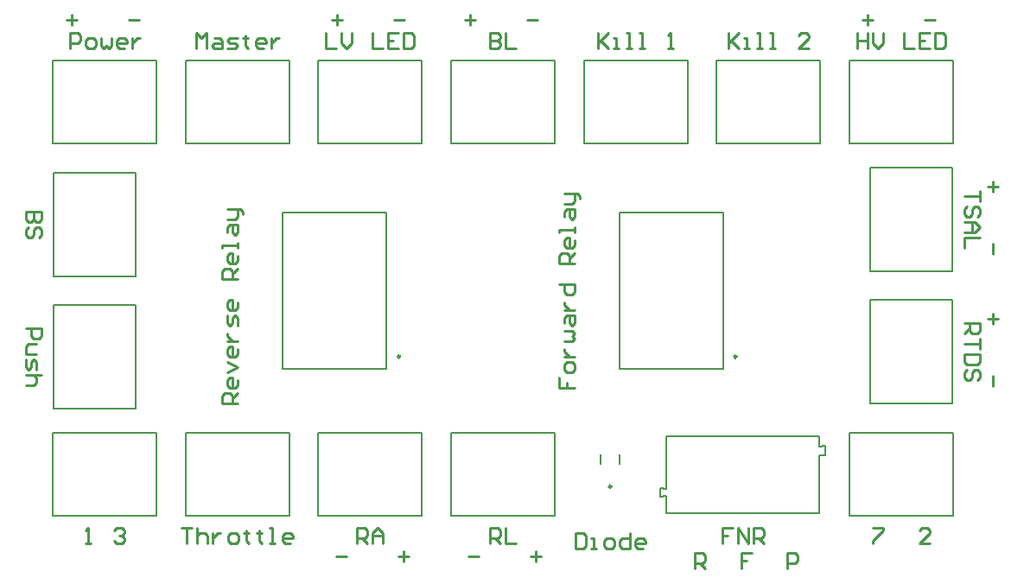
<source format=gto>
G04*
G04 #@! TF.GenerationSoftware,Altium Limited,Altium Designer,24.7.2 (38)*
G04*
G04 Layer_Color=65535*
%FSLAX44Y44*%
%MOMM*%
G71*
G04*
G04 #@! TF.SameCoordinates,8E014E6F-3DA1-407A-8F63-97A6F4F725C9*
G04*
G04*
G04 #@! TF.FilePolarity,Positive*
G04*
G01*
G75*
%ADD10C,0.2500*%
%ADD11C,0.2000*%
%ADD12C,0.2540*%
D10*
X581250Y-466750D02*
G03*
X581250Y-466750I-1250J0D01*
G01*
X374100Y-339500D02*
G03*
X374100Y-339500I-1250J0D01*
G01*
X704100D02*
G03*
X704100Y-339500I-1250J0D01*
G01*
D11*
X635001Y-469001D02*
Y-418001D01*
X785000D01*
X635001Y-493000D02*
Y-476001D01*
X629001Y-476750D02*
X635001Y-476001D01*
X629001Y-468251D02*
X635001Y-469001D01*
X629001Y-476750D02*
Y-468251D01*
X635001Y-493000D02*
X785000Y-493001D01*
X791000Y-436501D02*
Y-427001D01*
X785000Y-427501D02*
X791000Y-427001D01*
X785000Y-436001D02*
X791000Y-436501D01*
X785000Y-427501D02*
Y-418001D01*
Y-493001D02*
Y-436001D01*
X589000Y-444750D02*
Y-435250D01*
X571000Y-444750D02*
Y-435250D01*
X259000Y-351500D02*
X361000D01*
Y-198500D01*
X259000D02*
X361000D01*
X259000Y-351500D02*
Y-198500D01*
X589000Y-351500D02*
X691000D01*
Y-198500D01*
X589000D02*
X691000D01*
X589000Y-351500D02*
Y-198500D01*
X34499Y-260799D02*
X115498D01*
X34499Y-159199D02*
X115499D01*
X34499Y-260799D02*
Y-159199D01*
X115498Y-260799D02*
Y-159200D01*
X34499Y-390799D02*
X115498D01*
X34499Y-289199D02*
X115499D01*
X34499Y-390799D02*
Y-289199D01*
X115498Y-390799D02*
Y-289200D01*
X135799Y-495501D02*
Y-414502D01*
X34199Y-495501D02*
Y-414501D01*
Y-495501D02*
X135799D01*
X34200Y-414502D02*
X135799D01*
X265799Y-495501D02*
Y-414502D01*
X164199Y-495501D02*
Y-414501D01*
Y-495501D02*
X265799D01*
X164200Y-414502D02*
X265799D01*
X395799Y-495501D02*
Y-414502D01*
X294199Y-495501D02*
Y-414501D01*
Y-495501D02*
X395799D01*
X294200Y-414502D02*
X395799D01*
X525799Y-495501D02*
Y-414502D01*
X424199Y-495501D02*
Y-414501D01*
Y-495501D02*
X525799D01*
X424200Y-414502D02*
X525799D01*
X915799Y-495501D02*
Y-414502D01*
X814199Y-495501D02*
Y-414501D01*
Y-495501D02*
X915799D01*
X814200Y-414502D02*
X915799D01*
X834502Y-284201D02*
X915501D01*
X834501Y-385801D02*
X915501D01*
Y-284201D01*
X834502Y-385800D02*
Y-284201D01*
Y-154201D02*
X915501D01*
X834501Y-255801D02*
X915501D01*
Y-154201D01*
X834502Y-255800D02*
Y-154201D01*
X814201Y-130498D02*
Y-49499D01*
X915801Y-130499D02*
Y-49499D01*
X814201D02*
X915801D01*
X814201Y-130498D02*
X915800D01*
X684201D02*
Y-49499D01*
X785801Y-130499D02*
Y-49499D01*
X684201D02*
X785801D01*
X684201Y-130498D02*
X785800D01*
X554201D02*
Y-49499D01*
X655801Y-130499D02*
Y-49499D01*
X554201D02*
X655801D01*
X554201Y-130498D02*
X655800D01*
X424201D02*
Y-49499D01*
X525801Y-130499D02*
Y-49499D01*
X424201D02*
X525801D01*
X424201Y-130498D02*
X525800D01*
X294201D02*
Y-49499D01*
X395801Y-130499D02*
Y-49499D01*
X294201D02*
X395801D01*
X294201Y-130498D02*
X395800D01*
X164201D02*
Y-49499D01*
X265801Y-130499D02*
Y-49499D01*
X164201D02*
X265801D01*
X164201Y-130498D02*
X265800D01*
X34201D02*
Y-49499D01*
X135801Y-130499D02*
Y-49499D01*
X34201D02*
X135801D01*
X34201Y-130498D02*
X135800D01*
D12*
X662540Y-547460D02*
Y-532225D01*
X670157D01*
X672697Y-534764D01*
Y-539842D01*
X670157Y-542382D01*
X662540D01*
X667618D02*
X672697Y-547460D01*
X718402Y-532225D02*
X708245D01*
Y-539842D01*
X713324D01*
X708245D01*
Y-547460D01*
X753950D02*
Y-532225D01*
X761568D01*
X764107Y-534764D01*
Y-539842D01*
X761568Y-542382D01*
X753950D01*
X382460Y-535158D02*
X372303D01*
X377382Y-540236D02*
Y-530079D01*
X321520Y-535158D02*
X311363D01*
X512460D02*
X502303D01*
X507382Y-540236D02*
Y-530079D01*
X451520Y-535158D02*
X441363D01*
X955157Y-297540D02*
Y-307697D01*
X960236Y-302618D02*
X950079D01*
X955157Y-358480D02*
Y-368637D01*
Y-167540D02*
Y-177697D01*
X960236Y-172618D02*
X950079D01*
X955157Y-228480D02*
Y-238637D01*
X827540Y-9843D02*
X837697D01*
X832618Y-4764D02*
Y-14921D01*
X888480Y-9843D02*
X898637D01*
X437540D02*
X447697D01*
X442618Y-4764D02*
Y-14921D01*
X498480Y-9843D02*
X508637D01*
X307540D02*
X317697D01*
X312618Y-4764D02*
Y-14921D01*
X368480Y-9843D02*
X378637D01*
X47540D02*
X57697D01*
X52618Y-4764D02*
Y-14921D01*
X108480Y-9843D02*
X118637D01*
X942617Y-177069D02*
Y-187226D01*
Y-182147D01*
X927383D01*
X940078Y-202461D02*
X942617Y-199922D01*
Y-194843D01*
X940078Y-192304D01*
X937539D01*
X935000Y-194843D01*
Y-199922D01*
X932461Y-202461D01*
X929922D01*
X927383Y-199922D01*
Y-194843D01*
X929922Y-192304D01*
X927383Y-207539D02*
X937539D01*
X942617Y-212617D01*
X937539Y-217696D01*
X927383D01*
X935000D01*
Y-207539D01*
X942617Y-222774D02*
X927383D01*
Y-232931D01*
X160408Y-507383D02*
X170564D01*
X165486D01*
Y-522617D01*
X175643Y-507383D02*
Y-522617D01*
Y-515000D01*
X178182Y-512461D01*
X183260D01*
X185800Y-515000D01*
Y-522617D01*
X190878Y-512461D02*
Y-522617D01*
Y-517539D01*
X193417Y-515000D01*
X195956Y-512461D01*
X198495D01*
X208652Y-522617D02*
X213730D01*
X216270Y-520078D01*
Y-515000D01*
X213730Y-512461D01*
X208652D01*
X206113Y-515000D01*
Y-520078D01*
X208652Y-522617D01*
X223887Y-509922D02*
Y-512461D01*
X221348D01*
X226426D01*
X223887D01*
Y-520078D01*
X226426Y-522617D01*
X236583Y-509922D02*
Y-512461D01*
X234044D01*
X239122D01*
X236583D01*
Y-520078D01*
X239122Y-522617D01*
X246740D02*
X251818D01*
X249279D01*
Y-507383D01*
X246740D01*
X267053Y-522617D02*
X261975D01*
X259436Y-520078D01*
Y-515000D01*
X261975Y-512461D01*
X267053D01*
X269592Y-515000D01*
Y-517539D01*
X259436D01*
X927383Y-307069D02*
X942617D01*
Y-314687D01*
X940078Y-317226D01*
X935000D01*
X932461Y-314687D01*
Y-307069D01*
Y-312147D02*
X927383Y-317226D01*
X942617Y-322304D02*
Y-332461D01*
Y-327383D01*
X927383D01*
X942617Y-337539D02*
X927383D01*
Y-345157D01*
X929922Y-347696D01*
X940078D01*
X942617Y-345157D01*
Y-337539D01*
X940078Y-362931D02*
X942617Y-360392D01*
Y-355313D01*
X940078Y-352774D01*
X937539D01*
X935000Y-355313D01*
Y-360392D01*
X932461Y-362931D01*
X929922D01*
X927383Y-360392D01*
Y-355313D01*
X929922Y-352774D01*
X462304Y-522617D02*
Y-507383D01*
X469922D01*
X472461Y-509922D01*
Y-515000D01*
X469922Y-517539D01*
X462304D01*
X467383D02*
X472461Y-522617D01*
X477539Y-507383D02*
Y-522617D01*
X487696D01*
X332304D02*
Y-507383D01*
X339922D01*
X342461Y-509922D01*
Y-515000D01*
X339922Y-517539D01*
X332304D01*
X337383D02*
X342461Y-522617D01*
X347539D02*
Y-512461D01*
X352617Y-507383D01*
X357696Y-512461D01*
Y-522617D01*
Y-515000D01*
X347539D01*
X7383Y-312069D02*
X22618D01*
Y-319687D01*
X20078Y-322226D01*
X15000D01*
X12461Y-319687D01*
Y-312069D01*
X17539Y-327304D02*
X9922D01*
X7383Y-329843D01*
Y-337461D01*
X17539D01*
X7383Y-342539D02*
Y-350157D01*
X9922Y-352696D01*
X12461Y-350157D01*
Y-345078D01*
X15000Y-342539D01*
X17539Y-345078D01*
Y-352696D01*
X22618Y-357774D02*
X7383D01*
X15000D01*
X17539Y-360313D01*
Y-365392D01*
X15000Y-367931D01*
X7383D01*
X50721Y-37617D02*
Y-22383D01*
X58339D01*
X60878Y-24922D01*
Y-30000D01*
X58339Y-32539D01*
X50721D01*
X68495Y-37617D02*
X73574D01*
X76113Y-35078D01*
Y-30000D01*
X73574Y-27461D01*
X68495D01*
X65956Y-30000D01*
Y-35078D01*
X68495Y-37617D01*
X81191Y-27461D02*
Y-35078D01*
X83730Y-37617D01*
X86270Y-35078D01*
X88809Y-37617D01*
X91348Y-35078D01*
Y-27461D01*
X104044Y-37617D02*
X98966D01*
X96426Y-35078D01*
Y-30000D01*
X98966Y-27461D01*
X104044D01*
X106583Y-30000D01*
Y-32539D01*
X96426D01*
X111661Y-27461D02*
Y-37617D01*
Y-32539D01*
X114201Y-30000D01*
X116740Y-27461D01*
X119279D01*
X174373Y-37617D02*
Y-22383D01*
X179452Y-27461D01*
X184530Y-22383D01*
Y-37617D01*
X192147Y-27461D02*
X197226D01*
X199765Y-30000D01*
Y-37617D01*
X192147D01*
X189608Y-35078D01*
X192147Y-32539D01*
X199765D01*
X204843Y-37617D02*
X212461D01*
X215000Y-35078D01*
X212461Y-32539D01*
X207383D01*
X204843Y-30000D01*
X207383Y-27461D01*
X215000D01*
X222618Y-24922D02*
Y-27461D01*
X220078D01*
X225157D01*
X222618D01*
Y-35078D01*
X225157Y-37617D01*
X240392D02*
X235313D01*
X232774Y-35078D01*
Y-30000D01*
X235313Y-27461D01*
X240392D01*
X242931Y-30000D01*
Y-32539D01*
X232774D01*
X248009Y-27461D02*
Y-37617D01*
Y-32539D01*
X250548Y-30000D01*
X253088Y-27461D01*
X255627D01*
X301834Y-22383D02*
Y-37617D01*
X311991D01*
X317069Y-22383D02*
Y-32539D01*
X322147Y-37617D01*
X327226Y-32539D01*
Y-22383D01*
X347539D02*
Y-37617D01*
X357696D01*
X372931Y-22383D02*
X362774D01*
Y-37617D01*
X372931D01*
X362774Y-30000D02*
X367853D01*
X378009Y-22383D02*
Y-37617D01*
X385627D01*
X388166Y-35078D01*
Y-24922D01*
X385627Y-22383D01*
X378009D01*
X695643D02*
Y-37617D01*
Y-32539D01*
X705799Y-22383D01*
X698182Y-30000D01*
X705799Y-37617D01*
X710878D02*
X715956D01*
X713417D01*
Y-27461D01*
X710878D01*
X723574Y-37617D02*
X728652D01*
X726113D01*
Y-22383D01*
X723574D01*
X736270Y-37617D02*
X741348D01*
X738809D01*
Y-22383D01*
X736270D01*
X774357Y-37617D02*
X764201D01*
X774357Y-27461D01*
Y-24922D01*
X771818Y-22383D01*
X766740D01*
X764201Y-24922D01*
X568182Y-22383D02*
Y-37617D01*
Y-32539D01*
X578339Y-22383D01*
X570721Y-30000D01*
X578339Y-37617D01*
X583417D02*
X588495D01*
X585956D01*
Y-27461D01*
X583417D01*
X596113Y-37617D02*
X601191D01*
X598652D01*
Y-22383D01*
X596113D01*
X608809Y-37617D02*
X613887D01*
X611348D01*
Y-22383D01*
X608809D01*
X636740Y-37617D02*
X641818D01*
X639279D01*
Y-22383D01*
X636740Y-24922D01*
X529843Y-360062D02*
Y-370219D01*
X537461D01*
Y-365141D01*
Y-370219D01*
X545078D01*
Y-352445D02*
Y-347367D01*
X542539Y-344827D01*
X537461D01*
X534922Y-347367D01*
Y-352445D01*
X537461Y-354984D01*
X542539D01*
X545078Y-352445D01*
X534922Y-339749D02*
X545078D01*
X540000D01*
X537461Y-337210D01*
X534922Y-334671D01*
Y-332132D01*
Y-324514D02*
X542539D01*
X545078Y-321975D01*
X542539Y-319436D01*
X545078Y-316896D01*
X542539Y-314357D01*
X534922D01*
Y-306740D02*
Y-301661D01*
X537461Y-299122D01*
X545078D01*
Y-306740D01*
X542539Y-309279D01*
X540000Y-306740D01*
Y-299122D01*
X534922Y-294044D02*
X545078D01*
X540000D01*
X537461Y-291505D01*
X534922Y-288965D01*
Y-286426D01*
X529843Y-268652D02*
X545078D01*
Y-276270D01*
X542539Y-278809D01*
X537461D01*
X534922Y-276270D01*
Y-268652D01*
X545078Y-248339D02*
X529843D01*
Y-240721D01*
X532383Y-238182D01*
X537461D01*
X540000Y-240721D01*
Y-248339D01*
Y-243260D02*
X545078Y-238182D01*
Y-225486D02*
Y-230564D01*
X542539Y-233104D01*
X537461D01*
X534922Y-230564D01*
Y-225486D01*
X537461Y-222947D01*
X540000D01*
Y-233104D01*
X545078Y-217868D02*
Y-212790D01*
Y-215329D01*
X529843D01*
Y-217868D01*
X534922Y-202633D02*
Y-197555D01*
X537461Y-195016D01*
X545078D01*
Y-202633D01*
X542539Y-205173D01*
X540000Y-202633D01*
Y-195016D01*
X534922Y-189937D02*
X542539D01*
X545078Y-187398D01*
Y-179781D01*
X547617D01*
X550157Y-182320D01*
Y-184859D01*
X545078Y-179781D02*
X534922D01*
X215078Y-385219D02*
X199843D01*
Y-377602D01*
X202383Y-375062D01*
X207461D01*
X210000Y-377602D01*
Y-385219D01*
Y-380141D02*
X215078Y-375062D01*
Y-362367D02*
Y-367445D01*
X212539Y-369984D01*
X207461D01*
X204922Y-367445D01*
Y-362367D01*
X207461Y-359827D01*
X210000D01*
Y-369984D01*
X204922Y-354749D02*
X215078Y-349671D01*
X204922Y-344592D01*
X215078Y-331897D02*
Y-336975D01*
X212539Y-339514D01*
X207461D01*
X204922Y-336975D01*
Y-331897D01*
X207461Y-329357D01*
X210000D01*
Y-339514D01*
X204922Y-324279D02*
X215078D01*
X210000D01*
X207461Y-321740D01*
X204922Y-319201D01*
Y-316661D01*
X215078Y-309044D02*
Y-301426D01*
X212539Y-298887D01*
X210000Y-301426D01*
Y-306505D01*
X207461Y-309044D01*
X204922Y-306505D01*
Y-298887D01*
X215078Y-286191D02*
Y-291270D01*
X212539Y-293809D01*
X207461D01*
X204922Y-291270D01*
Y-286191D01*
X207461Y-283652D01*
X210000D01*
Y-293809D01*
X215078Y-263339D02*
X199843D01*
Y-255721D01*
X202383Y-253182D01*
X207461D01*
X210000Y-255721D01*
Y-263339D01*
Y-258260D02*
X215078Y-253182D01*
Y-240486D02*
Y-245564D01*
X212539Y-248104D01*
X207461D01*
X204922Y-245564D01*
Y-240486D01*
X207461Y-237947D01*
X210000D01*
Y-248104D01*
X215078Y-232868D02*
Y-227790D01*
Y-230329D01*
X199843D01*
Y-232868D01*
X204922Y-217633D02*
Y-212555D01*
X207461Y-210016D01*
X215078D01*
Y-217633D01*
X212539Y-220173D01*
X210000Y-217633D01*
Y-210016D01*
X204922Y-204937D02*
X212539D01*
X215078Y-202398D01*
Y-194781D01*
X217617D01*
X220157Y-197320D01*
Y-199859D01*
X215078Y-194781D02*
X204922D01*
X821834Y-22383D02*
Y-37617D01*
Y-30000D01*
X831991D01*
Y-22383D01*
Y-37617D01*
X837069Y-22383D02*
Y-32539D01*
X842147Y-37617D01*
X847226Y-32539D01*
Y-22383D01*
X867539D02*
Y-37617D01*
X877696D01*
X892931Y-22383D02*
X882774D01*
Y-37617D01*
X892931D01*
X882774Y-30000D02*
X887853D01*
X898009Y-22383D02*
Y-37617D01*
X905627D01*
X908166Y-35078D01*
Y-24922D01*
X905627Y-22383D01*
X898009D01*
X699843Y-507383D02*
X689687D01*
Y-515000D01*
X694765D01*
X689687D01*
Y-522617D01*
X704922D02*
Y-507383D01*
X715078Y-522617D01*
Y-507383D01*
X720157Y-522617D02*
Y-507383D01*
X727774D01*
X730313Y-509922D01*
Y-515000D01*
X727774Y-517539D01*
X720157D01*
X725235D02*
X730313Y-522617D01*
X545721Y-512383D02*
Y-527618D01*
X553339D01*
X555878Y-525078D01*
Y-514922D01*
X553339Y-512383D01*
X545721D01*
X560956Y-527618D02*
X566035D01*
X563495D01*
Y-517461D01*
X560956D01*
X576191Y-527618D02*
X581270D01*
X583809Y-525078D01*
Y-520000D01*
X581270Y-517461D01*
X576191D01*
X573652Y-520000D01*
Y-525078D01*
X576191Y-527618D01*
X599044Y-512383D02*
Y-527618D01*
X591426D01*
X588887Y-525078D01*
Y-520000D01*
X591426Y-517461D01*
X599044D01*
X611740Y-527618D02*
X606661D01*
X604122Y-525078D01*
Y-520000D01*
X606661Y-517461D01*
X611740D01*
X614279Y-520000D01*
Y-522539D01*
X604122D01*
X22617Y-197304D02*
X7383D01*
Y-204922D01*
X9922Y-207461D01*
X12461D01*
X15000Y-204922D01*
Y-197304D01*
Y-204922D01*
X17539Y-207461D01*
X20078D01*
X22617Y-204922D01*
Y-197304D01*
X20078Y-222696D02*
X22617Y-220157D01*
Y-215078D01*
X20078Y-212539D01*
X17539D01*
X15000Y-215078D01*
Y-220157D01*
X12461Y-222696D01*
X9922D01*
X7383Y-220157D01*
Y-215078D01*
X9922Y-212539D01*
X462304Y-22383D02*
Y-37617D01*
X469922D01*
X472461Y-35078D01*
Y-32539D01*
X469922Y-30000D01*
X462304D01*
X469922D01*
X472461Y-27461D01*
Y-24922D01*
X469922Y-22383D01*
X462304D01*
X477539D02*
Y-37617D01*
X487696D01*
X837069Y-507383D02*
X847226D01*
Y-509922D01*
X837069Y-520078D01*
Y-522617D01*
X892931D02*
X882774D01*
X892931Y-512461D01*
Y-509922D01*
X890392Y-507383D01*
X885313D01*
X882774Y-509922D01*
X65956Y-522617D02*
X71034D01*
X68495D01*
Y-507383D01*
X65956Y-509922D01*
X93887D02*
X96426Y-507383D01*
X101505D01*
X104044Y-509922D01*
Y-512461D01*
X101505Y-515000D01*
X98966D01*
X101505D01*
X104044Y-517539D01*
Y-520078D01*
X101505Y-522617D01*
X96426D01*
X93887Y-520078D01*
M02*

</source>
